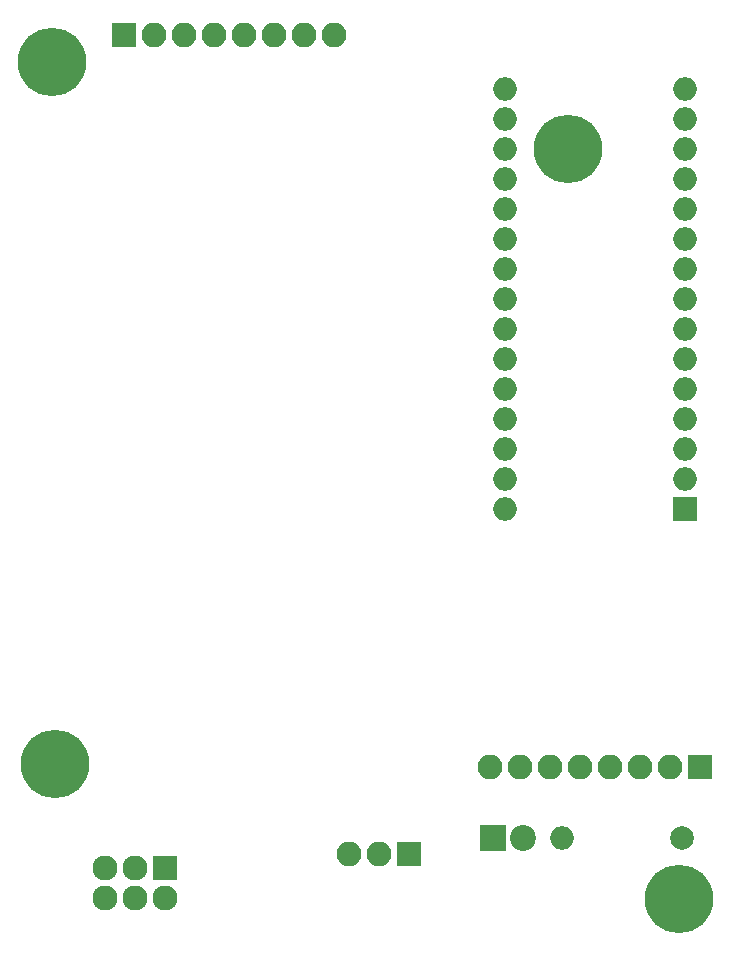
<source format=gbs>
G04 #@! TF.FileFunction,Soldermask,Bot*
%FSLAX46Y46*%
G04 Gerber Fmt 4.6, Leading zero omitted, Abs format (unit mm)*
G04 Created by KiCad (PCBNEW 4.0.7) date Mon Dec 24 01:26:40 2018*
%MOMM*%
%LPD*%
G01*
G04 APERTURE LIST*
%ADD10C,0.100000*%
%ADD11R,2.000000X2.000000*%
%ADD12O,2.000000X2.000000*%
%ADD13R,2.200000X2.200000*%
%ADD14C,2.200000*%
%ADD15R,2.127200X2.127200*%
%ADD16O,2.127200X2.127200*%
%ADD17R,2.100000X2.100000*%
%ADD18O,2.100000X2.100000*%
%ADD19C,2.000000*%
%ADD20C,5.800000*%
G04 APERTURE END LIST*
D10*
D11*
X91440000Y-71120000D03*
D12*
X76200000Y-38100000D03*
X91440000Y-68580000D03*
X76200000Y-40640000D03*
X91440000Y-66040000D03*
X76200000Y-43180000D03*
X91440000Y-63500000D03*
X76200000Y-45720000D03*
X91440000Y-60960000D03*
X76200000Y-48260000D03*
X91440000Y-58420000D03*
X76200000Y-50800000D03*
X91440000Y-55880000D03*
X76200000Y-53340000D03*
X91440000Y-53340000D03*
X76200000Y-55880000D03*
X91440000Y-50800000D03*
X76200000Y-58420000D03*
X91440000Y-48260000D03*
X76200000Y-60960000D03*
X91440000Y-45720000D03*
X76200000Y-63500000D03*
X91440000Y-43180000D03*
X76200000Y-66040000D03*
X91440000Y-40640000D03*
X76200000Y-68580000D03*
X91440000Y-38100000D03*
X76200000Y-71120000D03*
X91440000Y-35560000D03*
X76200000Y-35560000D03*
D13*
X75190000Y-98952000D03*
D14*
X77730000Y-98952000D03*
D15*
X47444000Y-101492000D03*
D16*
X47444000Y-104032000D03*
X44904000Y-101492000D03*
X44904000Y-104032000D03*
X42364000Y-101492000D03*
X42364000Y-104032000D03*
D17*
X92710000Y-92964000D03*
D18*
X90170000Y-92964000D03*
X87630000Y-92964000D03*
X85090000Y-92964000D03*
X82550000Y-92964000D03*
X80010000Y-92964000D03*
X77470000Y-92964000D03*
X74930000Y-92964000D03*
D17*
X43942000Y-30988000D03*
D18*
X46482000Y-30988000D03*
X49022000Y-30988000D03*
X51562000Y-30988000D03*
X54102000Y-30988000D03*
X56642000Y-30988000D03*
X59182000Y-30988000D03*
X61722000Y-30988000D03*
D17*
X68072000Y-100330000D03*
D18*
X65532000Y-100330000D03*
X62992000Y-100330000D03*
D19*
X91190000Y-98952000D03*
D12*
X81030000Y-98952000D03*
D20*
X90932000Y-104140000D03*
X38100000Y-92710000D03*
X37846000Y-33274000D03*
X81534000Y-40640000D03*
M02*

</source>
